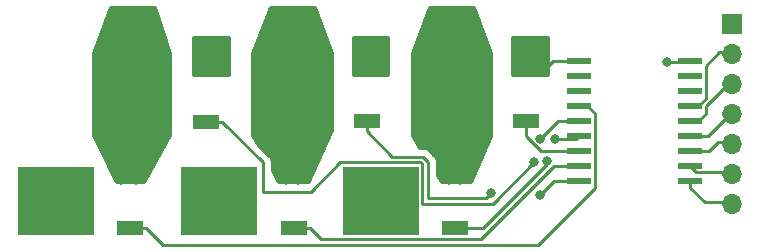
<source format=gbr>
G04 #@! TF.GenerationSoftware,KiCad,Pcbnew,(5.0.1)-3*
G04 #@! TF.CreationDate,2020-02-13T16:16:06-05:00*
G04 #@! TF.ProjectId,ESC_V1,4553435F56312E6B696361645F706362,rev?*
G04 #@! TF.SameCoordinates,Original*
G04 #@! TF.FileFunction,Copper,L1,Top,Signal*
G04 #@! TF.FilePolarity,Positive*
%FSLAX46Y46*%
G04 Gerber Fmt 4.6, Leading zero omitted, Abs format (unit mm)*
G04 Created by KiCad (PCBNEW (5.0.1)-3) date 2/13/2020 4:16:06 PM*
%MOMM*%
%LPD*%
G01*
G04 APERTURE LIST*
G04 #@! TA.AperFunction,SMDPad,CuDef*
%ADD10R,2.200000X1.200000*%
G04 #@! TD*
G04 #@! TA.AperFunction,SMDPad,CuDef*
%ADD11R,6.400000X5.800000*%
G04 #@! TD*
G04 #@! TA.AperFunction,SMDPad,CuDef*
%ADD12R,2.000000X0.600000*%
G04 #@! TD*
G04 #@! TA.AperFunction,SMDPad,CuDef*
%ADD13R,3.000000X3.000000*%
G04 #@! TD*
G04 #@! TA.AperFunction,ComponentPad*
%ADD14R,1.700000X1.700000*%
G04 #@! TD*
G04 #@! TA.AperFunction,ComponentPad*
%ADD15O,1.700000X1.700000*%
G04 #@! TD*
G04 #@! TA.AperFunction,ViaPad*
%ADD16C,0.800000*%
G04 #@! TD*
G04 #@! TA.AperFunction,Conductor*
%ADD17C,0.250000*%
G04 #@! TD*
G04 #@! TA.AperFunction,Conductor*
%ADD18C,0.254000*%
G04 #@! TD*
G04 APERTURE END LIST*
D10*
G04 #@! TO.P,Q3,1*
G04 #@! TO.N,OUT1*
X152300000Y-59280000D03*
G04 #@! TO.P,Q3,3*
G04 #@! TO.N,VCC*
X152300000Y-54720000D03*
D11*
G04 #@! TO.P,Q3,2*
G04 #@! TO.N,MOTOR1*
X146000000Y-57000000D03*
G04 #@! TD*
G04 #@! TO.P,Q4,2*
G04 #@! TO.N,GND*
X139825000Y-66025000D03*
D10*
G04 #@! TO.P,Q4,3*
G04 #@! TO.N,MOTOR1*
X146125000Y-63745000D03*
G04 #@! TO.P,Q4,1*
G04 #@! TO.N,OUT2*
X146125000Y-68305000D03*
G04 #@! TD*
G04 #@! TO.P,Q7,1*
G04 #@! TO.N,OUT3*
X165800000Y-59280000D03*
G04 #@! TO.P,Q7,3*
G04 #@! TO.N,VCC*
X165800000Y-54720000D03*
D11*
G04 #@! TO.P,Q7,2*
G04 #@! TO.N,MOTOR2*
X159500000Y-57000000D03*
G04 #@! TD*
G04 #@! TO.P,Q8,2*
G04 #@! TO.N,GND*
X153500000Y-66025000D03*
D10*
G04 #@! TO.P,Q8,3*
G04 #@! TO.N,MOTOR2*
X159800000Y-63745000D03*
G04 #@! TO.P,Q8,1*
G04 #@! TO.N,OUT4*
X159800000Y-68305000D03*
G04 #@! TD*
D11*
G04 #@! TO.P,Q11,2*
G04 #@! TO.N,MOTOR3*
X132425000Y-57025000D03*
D10*
G04 #@! TO.P,Q11,3*
G04 #@! TO.N,VCC*
X138725000Y-54745000D03*
G04 #@! TO.P,Q11,1*
G04 #@! TO.N,OUT5*
X138725000Y-59305000D03*
G04 #@! TD*
G04 #@! TO.P,Q12,1*
G04 #@! TO.N,OUT6*
X132300000Y-68280000D03*
G04 #@! TO.P,Q12,3*
G04 #@! TO.N,MOTOR3*
X132300000Y-63720000D03*
D11*
G04 #@! TO.P,Q12,2*
G04 #@! TO.N,GND*
X126000000Y-66000000D03*
G04 #@! TD*
D12*
G04 #@! TO.P,U1,1*
G04 #@! TO.N,Net-(J1-Pad7)*
X179700000Y-64330000D03*
G04 #@! TO.P,U1,2*
G04 #@! TO.N,Net-(J1-Pad6)*
X179700000Y-63060000D03*
G04 #@! TO.P,U1,3*
G04 #@! TO.N,Net-(J1-Pad5)*
X179700000Y-61790000D03*
G04 #@! TO.P,U1,4*
G04 #@! TO.N,Net-(J1-Pad4)*
X179700000Y-60520000D03*
G04 #@! TO.P,U1,5*
G04 #@! TO.N,Net-(J1-Pad3)*
X179700000Y-59250000D03*
G04 #@! TO.P,U1,6*
G04 #@! TO.N,Net-(J1-Pad2)*
X179700000Y-57980000D03*
G04 #@! TO.P,U1,7*
G04 #@! TO.N,Net-(U1-Pad7)*
X179700000Y-56710000D03*
G04 #@! TO.P,U1,8*
G04 #@! TO.N,Net-(U1-Pad8)*
X179700000Y-55440000D03*
G04 #@! TO.P,U1,9*
G04 #@! TO.N,GND*
X179700000Y-54170000D03*
G04 #@! TO.P,U1,10*
G04 #@! TO.N,VCC*
X170300000Y-54170000D03*
G04 #@! TO.P,U1,11*
G04 #@! TO.N,Net-(U1-Pad11)*
X170300000Y-55440000D03*
G04 #@! TO.P,U1,12*
G04 #@! TO.N,Net-(U1-Pad12)*
X170300000Y-56710000D03*
G04 #@! TO.P,U1,13*
G04 #@! TO.N,OUT6*
X170300000Y-57980000D03*
G04 #@! TO.P,U1,14*
G04 #@! TO.N,OUT5*
X170300000Y-59250000D03*
G04 #@! TO.P,U1,15*
G04 #@! TO.N,OUT4*
X170300000Y-60520000D03*
G04 #@! TO.P,U1,16*
G04 #@! TO.N,OUT3*
X170300000Y-61790000D03*
G04 #@! TO.P,U1,17*
G04 #@! TO.N,OUT2*
X170300000Y-63060000D03*
G04 #@! TO.P,U1,18*
G04 #@! TO.N,OUT1*
X170300000Y-64330000D03*
G04 #@! TD*
D13*
G04 #@! TO.P,J2,1*
G04 #@! TO.N,MOTOR1*
X146000000Y-51500000D03*
G04 #@! TD*
G04 #@! TO.P,J3,1*
G04 #@! TO.N,MOTOR2*
X159500000Y-51500000D03*
G04 #@! TD*
G04 #@! TO.P,J4,1*
G04 #@! TO.N,MOTOR3*
X132500000Y-51500000D03*
G04 #@! TD*
D14*
G04 #@! TO.P,J1,1*
G04 #@! TO.N,GND*
X183250000Y-51000000D03*
D15*
G04 #@! TO.P,J1,2*
G04 #@! TO.N,Net-(J1-Pad2)*
X183250000Y-53540000D03*
G04 #@! TO.P,J1,3*
G04 #@! TO.N,Net-(J1-Pad3)*
X183250000Y-56080000D03*
G04 #@! TO.P,J1,4*
G04 #@! TO.N,Net-(J1-Pad4)*
X183250000Y-58620000D03*
G04 #@! TO.P,J1,5*
G04 #@! TO.N,Net-(J1-Pad5)*
X183250000Y-61160000D03*
G04 #@! TO.P,J1,6*
G04 #@! TO.N,Net-(J1-Pad6)*
X183250000Y-63700000D03*
G04 #@! TO.P,J1,7*
G04 #@! TO.N,Net-(J1-Pad7)*
X183250000Y-66240000D03*
G04 #@! TD*
D16*
G04 #@! TO.N,VCC*
X166250000Y-54750000D03*
X165250000Y-54750000D03*
X166250000Y-52750000D03*
X167250000Y-53750000D03*
X167250000Y-54750000D03*
X165250000Y-52750000D03*
X167250000Y-52750000D03*
X166250000Y-53750000D03*
X165250000Y-53750000D03*
X152750000Y-54750000D03*
X151750000Y-54750000D03*
X152750000Y-52750000D03*
X153750000Y-53750000D03*
X153750000Y-54750000D03*
X151750000Y-52750000D03*
X153750000Y-52750000D03*
X152750000Y-53750000D03*
X151750000Y-53750000D03*
X139250000Y-54750000D03*
X138250000Y-54750000D03*
X138250000Y-53750000D03*
X139250000Y-53750000D03*
X139250000Y-52750000D03*
X138250000Y-52750000D03*
X140250000Y-52750000D03*
X140250000Y-53750000D03*
X140250000Y-54750000D03*
G04 #@! TO.N,OUT1*
X162862347Y-65362347D03*
X167000000Y-65500000D03*
G04 #@! TO.N,GND*
X125750000Y-65750000D03*
X124750000Y-65750000D03*
X124750000Y-66750000D03*
X126750000Y-64750000D03*
X124750000Y-64750000D03*
X126750000Y-66750000D03*
X126750000Y-65750000D03*
X126750000Y-67750000D03*
X125750000Y-66750000D03*
X125750000Y-64750000D03*
X125750000Y-67750000D03*
X124750000Y-67750000D03*
X139750000Y-65750000D03*
X138750000Y-65750000D03*
X138750000Y-66750000D03*
X140750000Y-64750000D03*
X138750000Y-64750000D03*
X140750000Y-66750000D03*
X140750000Y-65750000D03*
X140750000Y-67750000D03*
X139750000Y-66750000D03*
X139750000Y-64750000D03*
X139750000Y-67750000D03*
X138750000Y-67750000D03*
X154250000Y-67750000D03*
X153250000Y-67750000D03*
X154250000Y-64750000D03*
X154250000Y-65750000D03*
X154250000Y-66750000D03*
X153250000Y-66750000D03*
X153250000Y-65750000D03*
X153250000Y-64750000D03*
X152250000Y-64750000D03*
X152250000Y-65750000D03*
X152250000Y-66750000D03*
X152250000Y-67750000D03*
X177750000Y-54250000D03*
G04 #@! TO.N,MOTOR1*
X146500000Y-64250000D03*
X145500000Y-64250000D03*
X148500000Y-58500000D03*
X147500000Y-58500000D03*
G04 #@! TO.N,MOTOR2*
X160250000Y-64250000D03*
X159250000Y-64250000D03*
X162000000Y-58500000D03*
X161000000Y-58500000D03*
G04 #@! TO.N,MOTOR3*
X132750000Y-64250000D03*
X131500000Y-64250000D03*
X135000000Y-58500000D03*
X133750000Y-58500000D03*
G04 #@! TO.N,OUT4*
X168250000Y-60750000D03*
X167589793Y-62634902D03*
G04 #@! TO.N,OUT5*
X166500000Y-62750000D03*
X167012653Y-60737347D03*
G04 #@! TD*
D17*
G04 #@! TO.N,VCC*
X166250000Y-54750000D02*
X167500000Y-54750000D01*
X168080000Y-54170000D02*
X170300000Y-54170000D01*
X167500000Y-54750000D02*
X168080000Y-54170000D01*
G04 #@! TO.N,OUT1*
X152300000Y-60130000D02*
X154420000Y-62250000D01*
X152300000Y-59280000D02*
X152300000Y-60130000D01*
X157475011Y-62678599D02*
X157475011Y-63068603D01*
X154420000Y-62250000D02*
X157046412Y-62250000D01*
X157046412Y-62250000D02*
X157475011Y-62678599D01*
X157475011Y-63068603D02*
X157475011Y-65799990D01*
X157475011Y-65799990D02*
X161700010Y-65799990D01*
X161700010Y-65799990D02*
X162424704Y-65799990D01*
X162424704Y-65799990D02*
X162862347Y-65362347D01*
X168170000Y-64330000D02*
X170300000Y-64330000D01*
X167000000Y-65500000D02*
X168170000Y-64330000D01*
G04 #@! TO.N,GND*
X179620000Y-54250000D02*
X179700000Y-54170000D01*
X177750000Y-54250000D02*
X179620000Y-54250000D01*
G04 #@! TO.N,OUT2*
X147475000Y-68305000D02*
X148420000Y-69250000D01*
X146125000Y-68305000D02*
X147475000Y-68305000D01*
X148420000Y-69250000D02*
X162000000Y-69250000D01*
X168190000Y-63060000D02*
X170300000Y-63060000D01*
X162000000Y-69250000D02*
X168190000Y-63060000D01*
G04 #@! TO.N,OUT3*
X170300000Y-61790000D02*
X167040000Y-61790000D01*
X165800000Y-60550000D02*
X165800000Y-59280000D01*
X167040000Y-61790000D02*
X165800000Y-60550000D01*
G04 #@! TO.N,Net-(J1-Pad2)*
X180400000Y-57980000D02*
X179700000Y-57980000D01*
X181025001Y-57354999D02*
X180400000Y-57980000D01*
X181025001Y-54544999D02*
X181025001Y-57354999D01*
X182150000Y-53420000D02*
X181025001Y-54544999D01*
X183250000Y-53420000D02*
X182150000Y-53420000D01*
G04 #@! TO.N,Net-(J1-Pad3)*
X180400000Y-59250000D02*
X179700000Y-59250000D01*
X181025001Y-58624999D02*
X180400000Y-59250000D01*
X181025001Y-57991409D02*
X181025001Y-58624999D01*
X183056410Y-55960000D02*
X181025001Y-57991409D01*
X183250000Y-55960000D02*
X183056410Y-55960000D01*
G04 #@! TO.N,Net-(J1-Pad4)*
X181230000Y-60520000D02*
X179700000Y-60520000D01*
X183250000Y-58500000D02*
X181230000Y-60520000D01*
G04 #@! TO.N,Net-(J1-Pad5)*
X180950000Y-61790000D02*
X179700000Y-61790000D01*
X181297919Y-61790000D02*
X180950000Y-61790000D01*
X182047919Y-61040000D02*
X181297919Y-61790000D01*
X183250000Y-61040000D02*
X182047919Y-61040000D01*
G04 #@! TO.N,Net-(J1-Pad6)*
X180220000Y-63580000D02*
X179700000Y-63060000D01*
X183250000Y-63580000D02*
X180220000Y-63580000D01*
G04 #@! TO.N,OUT4*
X159800000Y-68305000D02*
X161945000Y-68305000D01*
X168250000Y-60750000D02*
X170070000Y-60750000D01*
X170070000Y-60750000D02*
X170300000Y-60520000D01*
X167589793Y-62910207D02*
X167589793Y-62634902D01*
X162195000Y-68305000D02*
X167589793Y-62910207D01*
X161945000Y-68305000D02*
X162195000Y-68305000D01*
G04 #@! TO.N,OUT5*
X140075000Y-59305000D02*
X143500000Y-62730000D01*
X138725000Y-59305000D02*
X140075000Y-59305000D01*
X143500000Y-62730000D02*
X143500000Y-65250000D01*
X147589998Y-65250000D02*
X150089998Y-62750000D01*
X143500000Y-65250000D02*
X147589998Y-65250000D01*
X156910002Y-62750000D02*
X157025001Y-62864999D01*
X150089998Y-62750000D02*
X156910002Y-62750000D01*
X157025001Y-62864999D02*
X157025001Y-63255003D01*
X157025001Y-63255003D02*
X157025001Y-66250000D01*
X157025001Y-66250000D02*
X161750000Y-66250000D01*
X161750000Y-66250000D02*
X163000000Y-66250000D01*
X163000000Y-66250000D02*
X166500000Y-62750000D01*
X168500000Y-59250000D02*
X170300000Y-59250000D01*
X167012653Y-60737347D02*
X168500000Y-59250000D01*
G04 #@! TO.N,OUT6*
X171000000Y-57980000D02*
X170300000Y-57980000D01*
X171625001Y-58605001D02*
X171000000Y-57980000D01*
X132300000Y-68280000D02*
X133650000Y-68280000D01*
X171625001Y-64890001D02*
X171625001Y-58605001D01*
X166814992Y-69700010D02*
X171625001Y-64890001D01*
X135070010Y-69700010D02*
X166814992Y-69700010D01*
X133650000Y-68280000D02*
X135070010Y-69700010D01*
G04 #@! TO.N,Net-(J1-Pad7)*
X179700000Y-64880000D02*
X179700000Y-64330000D01*
X180940000Y-66120000D02*
X179700000Y-64880000D01*
X183250000Y-66120000D02*
X180940000Y-66120000D01*
G04 #@! TD*
D18*
G04 #@! TO.N,MOTOR3*
G36*
X135623000Y-53519382D02*
X135623000Y-60466733D01*
X133425725Y-64373000D01*
X131078490Y-64373000D01*
X129127000Y-60470020D01*
X129127000Y-53523030D01*
X130588011Y-49627000D01*
X134406631Y-49627000D01*
X135623000Y-53519382D01*
X135623000Y-53519382D01*
G37*
X135623000Y-53519382D02*
X135623000Y-60466733D01*
X133425725Y-64373000D01*
X131078490Y-64373000D01*
X129127000Y-60470020D01*
X129127000Y-53523030D01*
X130588011Y-49627000D01*
X134406631Y-49627000D01*
X135623000Y-53519382D01*
G04 #@! TO.N,MOTOR1*
G36*
X149373000Y-53523030D02*
X149373000Y-59973049D01*
X147437681Y-64327516D01*
X147392197Y-64373000D01*
X144824275Y-64373000D01*
X144260000Y-63369844D01*
X144260000Y-62804846D01*
X144274888Y-62729999D01*
X144260000Y-62655152D01*
X144260000Y-62655148D01*
X144215904Y-62433463D01*
X144174102Y-62370902D01*
X144090329Y-62245526D01*
X144090327Y-62245524D01*
X144047929Y-62182071D01*
X143984476Y-62139673D01*
X143032597Y-61187795D01*
X142627000Y-60466733D01*
X142627000Y-53523030D01*
X144088011Y-49627000D01*
X147911989Y-49627000D01*
X149373000Y-53523030D01*
X149373000Y-53523030D01*
G37*
X149373000Y-53523030D02*
X149373000Y-59973049D01*
X147437681Y-64327516D01*
X147392197Y-64373000D01*
X144824275Y-64373000D01*
X144260000Y-63369844D01*
X144260000Y-62804846D01*
X144274888Y-62729999D01*
X144260000Y-62655152D01*
X144260000Y-62655148D01*
X144215904Y-62433463D01*
X144174102Y-62370902D01*
X144090329Y-62245526D01*
X144090327Y-62245524D01*
X144047929Y-62182071D01*
X143984476Y-62139673D01*
X143032597Y-61187795D01*
X142627000Y-60466733D01*
X142627000Y-53523030D01*
X144088011Y-49627000D01*
X147911989Y-49627000D01*
X149373000Y-53523030D01*
G04 #@! TO.N,MOTOR2*
G36*
X162873000Y-53523030D02*
X162873000Y-60473434D01*
X161166940Y-64373000D01*
X158570390Y-64373000D01*
X158235011Y-63836394D01*
X158235011Y-62753447D01*
X158249899Y-62678599D01*
X158235011Y-62603751D01*
X158235011Y-62603747D01*
X158190915Y-62382062D01*
X158022940Y-62130670D01*
X157959481Y-62088268D01*
X157636743Y-61765530D01*
X157594341Y-61702071D01*
X157342949Y-61534096D01*
X157121264Y-61490000D01*
X157121259Y-61490000D01*
X157046412Y-61475112D01*
X156971565Y-61490000D01*
X156768515Y-61490000D01*
X156127000Y-60463576D01*
X156127000Y-53523030D01*
X157588011Y-49627000D01*
X161411989Y-49627000D01*
X162873000Y-53523030D01*
X162873000Y-53523030D01*
G37*
X162873000Y-53523030D02*
X162873000Y-60473434D01*
X161166940Y-64373000D01*
X158570390Y-64373000D01*
X158235011Y-63836394D01*
X158235011Y-62753447D01*
X158249899Y-62678599D01*
X158235011Y-62603751D01*
X158235011Y-62603747D01*
X158190915Y-62382062D01*
X158022940Y-62130670D01*
X157959481Y-62088268D01*
X157636743Y-61765530D01*
X157594341Y-61702071D01*
X157342949Y-61534096D01*
X157121264Y-61490000D01*
X157121259Y-61490000D01*
X157046412Y-61475112D01*
X156971565Y-61490000D01*
X156768515Y-61490000D01*
X156127000Y-60463576D01*
X156127000Y-53523030D01*
X157588011Y-49627000D01*
X161411989Y-49627000D01*
X162873000Y-53523030D01*
G04 #@! TO.N,VCC*
G36*
X140623000Y-55373000D02*
X137627000Y-55373000D01*
X137627000Y-52127000D01*
X140623000Y-52127000D01*
X140623000Y-55373000D01*
X140623000Y-55373000D01*
G37*
X140623000Y-55373000D02*
X137627000Y-55373000D01*
X137627000Y-52127000D01*
X140623000Y-52127000D01*
X140623000Y-55373000D01*
G36*
X154123000Y-55373000D02*
X151127000Y-55373000D01*
X151127000Y-52127000D01*
X154123000Y-52127000D01*
X154123000Y-55373000D01*
X154123000Y-55373000D01*
G37*
X154123000Y-55373000D02*
X151127000Y-55373000D01*
X151127000Y-52127000D01*
X154123000Y-52127000D01*
X154123000Y-55373000D01*
G36*
X167623000Y-55373000D02*
X164627000Y-55373000D01*
X164627000Y-52127000D01*
X167623000Y-52127000D01*
X167623000Y-55373000D01*
X167623000Y-55373000D01*
G37*
X167623000Y-55373000D02*
X164627000Y-55373000D01*
X164627000Y-52127000D01*
X167623000Y-52127000D01*
X167623000Y-55373000D01*
G04 #@! TD*
M02*

</source>
